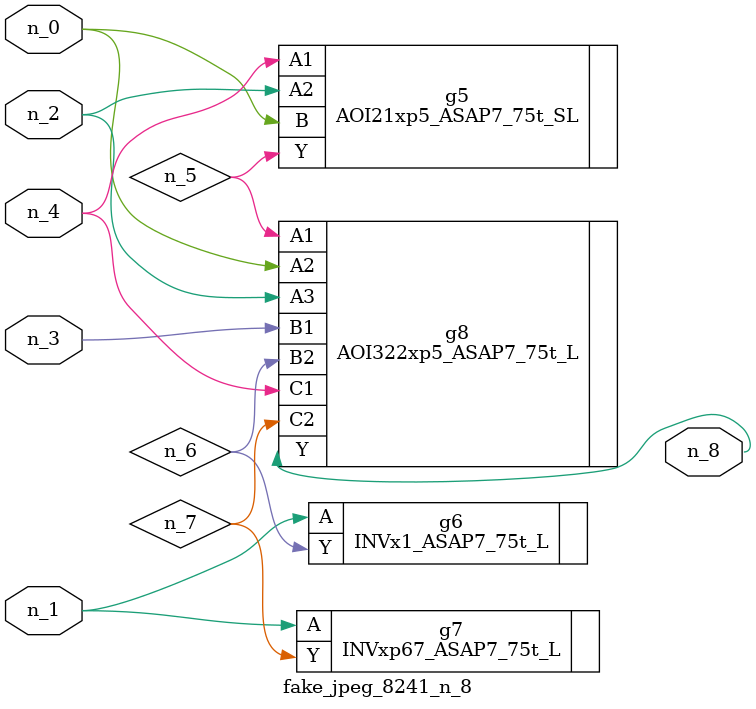
<source format=v>
module fake_jpeg_8241_n_8 (n_3, n_2, n_1, n_0, n_4, n_8);

input n_3;
input n_2;
input n_1;
input n_0;
input n_4;

output n_8;

wire n_6;
wire n_5;
wire n_7;

AOI21xp5_ASAP7_75t_SL g5 ( 
.A1(n_4),
.A2(n_2),
.B(n_0),
.Y(n_5)
);

INVx1_ASAP7_75t_L g6 ( 
.A(n_1),
.Y(n_6)
);

INVxp67_ASAP7_75t_L g7 ( 
.A(n_1),
.Y(n_7)
);

AOI322xp5_ASAP7_75t_L g8 ( 
.A1(n_5),
.A2(n_0),
.A3(n_2),
.B1(n_3),
.B2(n_6),
.C1(n_4),
.C2(n_7),
.Y(n_8)
);


endmodule
</source>
